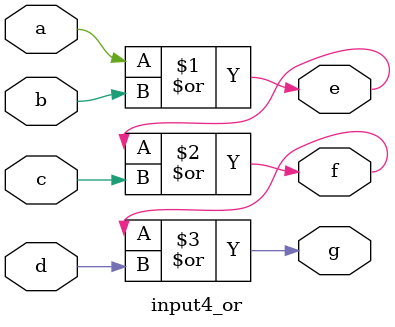
<source format=v>
`timescale 1ns / 1ps

module input4_or(
    input a,
    input b,
    input c,
    input d,
    output e,
    output f,
    output g
    );
    assign e=a|b;
    assign f=e|c;
    assign g=f|d;
endmodule

</source>
